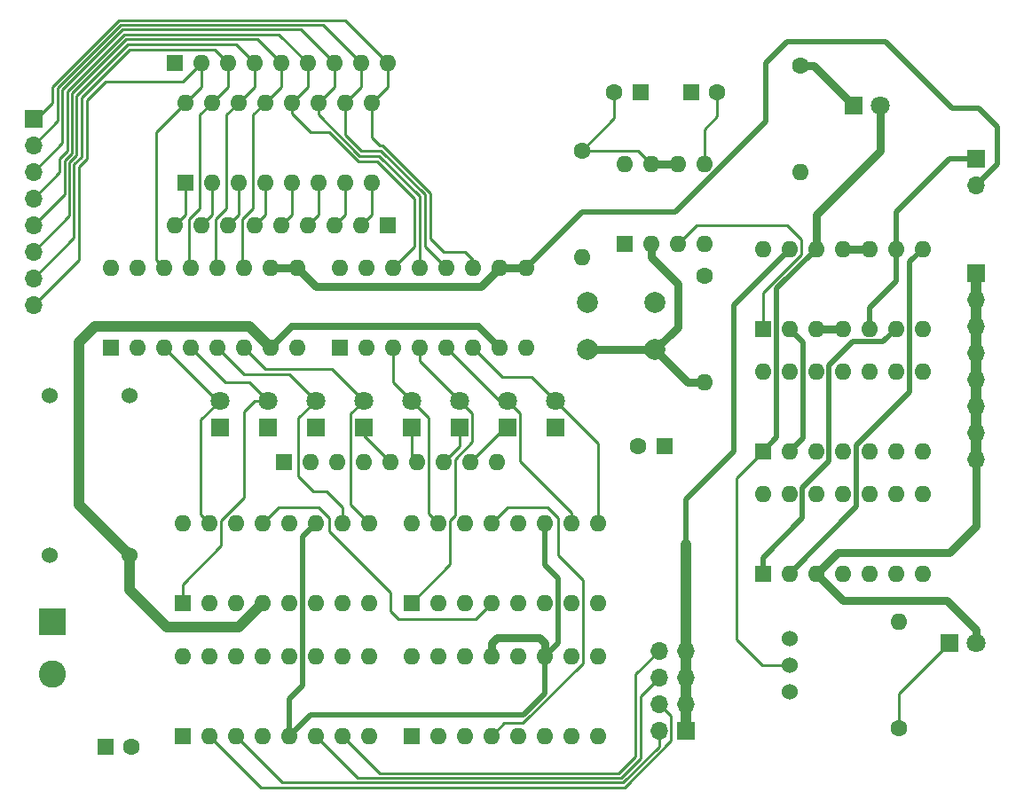
<source format=gbr>
%TF.GenerationSoftware,KiCad,Pcbnew,(5.1.9-0-10_14)*%
%TF.CreationDate,2021-06-04T12:52:24-04:00*%
%TF.ProjectId,CLOCK,434c4f43-4b2e-46b6-9963-61645f706362,rev?*%
%TF.SameCoordinates,Original*%
%TF.FileFunction,Copper,L1,Top*%
%TF.FilePolarity,Positive*%
%FSLAX46Y46*%
G04 Gerber Fmt 4.6, Leading zero omitted, Abs format (unit mm)*
G04 Created by KiCad (PCBNEW (5.1.9-0-10_14)) date 2021-06-04 12:52:24*
%MOMM*%
%LPD*%
G01*
G04 APERTURE LIST*
%TA.AperFunction,ComponentPad*%
%ADD10C,1.524000*%
%TD*%
%TA.AperFunction,ComponentPad*%
%ADD11O,1.700000X1.700000*%
%TD*%
%TA.AperFunction,ComponentPad*%
%ADD12R,1.700000X1.700000*%
%TD*%
%TA.AperFunction,ComponentPad*%
%ADD13C,1.600000*%
%TD*%
%TA.AperFunction,ComponentPad*%
%ADD14R,1.600000X1.600000*%
%TD*%
%TA.AperFunction,ComponentPad*%
%ADD15O,1.600000X1.600000*%
%TD*%
%TA.AperFunction,ComponentPad*%
%ADD16C,2.000000*%
%TD*%
%TA.AperFunction,ComponentPad*%
%ADD17C,2.600000*%
%TD*%
%TA.AperFunction,ComponentPad*%
%ADD18R,2.600000X2.600000*%
%TD*%
%TA.AperFunction,ComponentPad*%
%ADD19C,1.800000*%
%TD*%
%TA.AperFunction,ComponentPad*%
%ADD20R,1.800000X1.800000*%
%TD*%
%TA.AperFunction,Conductor*%
%ADD21C,0.250000*%
%TD*%
%TA.AperFunction,Conductor*%
%ADD22C,0.500000*%
%TD*%
%TA.AperFunction,Conductor*%
%ADD23C,0.750000*%
%TD*%
%TA.AperFunction,Conductor*%
%ADD24C,1.000000*%
%TD*%
%TA.AperFunction,Conductor*%
%ADD25C,0.700000*%
%TD*%
G04 APERTURE END LIST*
D10*
%TO.P,SW2,3*%
%TO.N,+5V*%
X139239600Y-87763200D03*
%TO.P,SW2,2*%
%TO.N,Net-(D2-Pad2)*%
X139239600Y-90303200D03*
%TO.P,SW2,1*%
%TO.N,GND*%
X139239600Y-92843200D03*
%TD*%
D11*
%TO.P,J34,8*%
%TO.N,Net-(J34-Pad8)*%
X126746000Y-88900000D03*
%TO.P,J34,7*%
%TO.N,Net-(J34-Pad1)*%
X129286000Y-88900000D03*
%TO.P,J34,6*%
%TO.N,Net-(J34-Pad6)*%
X126746000Y-91440000D03*
%TO.P,J34,5*%
%TO.N,Net-(J34-Pad1)*%
X129286000Y-91440000D03*
%TO.P,J34,4*%
%TO.N,Net-(J34-Pad4)*%
X126746000Y-93980000D03*
%TO.P,J34,3*%
%TO.N,Net-(J34-Pad1)*%
X129286000Y-93980000D03*
%TO.P,J34,2*%
%TO.N,Net-(J34-Pad2)*%
X126746000Y-96520000D03*
D12*
%TO.P,J34,1*%
%TO.N,Net-(J34-Pad1)*%
X129286000Y-96520000D03*
%TD*%
D13*
%TO.P,C4,2*%
%TO.N,GND*%
X76414000Y-98044000D03*
D14*
%TO.P,C4,1*%
%TO.N,+5V*%
X73914000Y-98044000D03*
%TD*%
D13*
%TO.P,C3,2*%
%TO.N,GND*%
X124754000Y-69342000D03*
D14*
%TO.P,C3,1*%
%TO.N,+5V*%
X127254000Y-69342000D03*
%TD*%
D15*
%TO.P,U11,16*%
%TO.N,+5V*%
X96266000Y-52324000D03*
%TO.P,U11,8*%
%TO.N,GND*%
X114046000Y-59944000D03*
%TO.P,U11,15*%
X98806000Y-52324000D03*
%TO.P,U11,7*%
%TO.N,/1MHz_Pulse*%
X111506000Y-59944000D03*
%TO.P,U11,14*%
%TO.N,Net-(J2-Pad4)*%
X101346000Y-52324000D03*
%TO.P,U11,6*%
%TO.N,/A7*%
X108966000Y-59944000D03*
%TO.P,U11,13*%
%TO.N,Net-(J2-Pad3)*%
X103886000Y-52324000D03*
%TO.P,U11,5*%
%TO.N,/A6*%
X106426000Y-59944000D03*
%TO.P,U11,12*%
%TO.N,Net-(J2-Pad2)*%
X106426000Y-52324000D03*
%TO.P,U11,4*%
%TO.N,/A5*%
X103886000Y-59944000D03*
%TO.P,U11,11*%
%TO.N,Net-(J2-Pad1)*%
X108966000Y-52324000D03*
%TO.P,U11,3*%
%TO.N,/A4*%
X101346000Y-59944000D03*
%TO.P,U11,10*%
%TO.N,/SET_SPEED*%
X111506000Y-52324000D03*
%TO.P,U11,2*%
%TO.N,GND*%
X98806000Y-59944000D03*
%TO.P,U11,9*%
%TO.N,/SET_SPEED*%
X114046000Y-52324000D03*
D14*
%TO.P,U11,1*%
%TO.N,GND*%
X96266000Y-59944000D03*
%TD*%
D15*
%TO.P,U10,14*%
%TO.N,+5V*%
X136652000Y-73914000D03*
%TO.P,U10,7*%
%TO.N,GND*%
X151892000Y-81534000D03*
%TO.P,U10,13*%
%TO.N,N/C*%
X139192000Y-73914000D03*
%TO.P,U10,6*%
X149352000Y-81534000D03*
%TO.P,U10,12*%
X141732000Y-73914000D03*
%TO.P,U10,5*%
X146812000Y-81534000D03*
%TO.P,U10,11*%
X144272000Y-73914000D03*
%TO.P,U10,4*%
X144272000Y-81534000D03*
%TO.P,U10,10*%
X146812000Y-73914000D03*
%TO.P,U10,3*%
%TO.N,/CLOCK_OUT*%
X141732000Y-81534000D03*
%TO.P,U10,9*%
%TO.N,N/C*%
X149352000Y-73914000D03*
%TO.P,U10,2*%
%TO.N,Net-(U10-Pad2)*%
X139192000Y-81534000D03*
%TO.P,U10,8*%
%TO.N,N/C*%
X151892000Y-73914000D03*
D14*
%TO.P,U10,1*%
%TO.N,Net-(U10-Pad1)*%
X136652000Y-81534000D03*
%TD*%
D15*
%TO.P,U9,14*%
%TO.N,+5V*%
X136652000Y-50546000D03*
%TO.P,U9,7*%
%TO.N,GND*%
X151892000Y-58166000D03*
%TO.P,U9,13*%
%TO.N,Net-(J34-Pad1)*%
X139192000Y-50546000D03*
%TO.P,U9,6*%
%TO.N,Net-(U10-Pad1)*%
X149352000Y-58166000D03*
%TO.P,U9,12*%
%TO.N,Net-(D2-Pad2)*%
X141732000Y-50546000D03*
%TO.P,U9,5*%
%TO.N,/HALT*%
X146812000Y-58166000D03*
%TO.P,U9,11*%
%TO.N,Net-(U9-Pad10)*%
X144272000Y-50546000D03*
%TO.P,U9,4*%
%TO.N,Net-(U9-Pad3)*%
X144272000Y-58166000D03*
%TO.P,U9,10*%
%TO.N,Net-(U9-Pad10)*%
X146812000Y-50546000D03*
%TO.P,U9,3*%
%TO.N,Net-(U9-Pad3)*%
X141732000Y-58166000D03*
%TO.P,U9,9*%
%TO.N,/HALT*%
X149352000Y-50546000D03*
%TO.P,U9,2*%
%TO.N,Net-(U8-Pad2)*%
X139192000Y-58166000D03*
%TO.P,U9,8*%
%TO.N,Net-(U10-Pad2)*%
X151892000Y-50546000D03*
D14*
%TO.P,U9,1*%
%TO.N,Net-(U7-Pad3)*%
X136652000Y-58166000D03*
%TD*%
D15*
%TO.P,U8,14*%
%TO.N,+5V*%
X136652000Y-62230000D03*
%TO.P,U8,7*%
%TO.N,GND*%
X151892000Y-69850000D03*
%TO.P,U8,13*%
%TO.N,N/C*%
X139192000Y-62230000D03*
%TO.P,U8,6*%
X149352000Y-69850000D03*
%TO.P,U8,12*%
X141732000Y-62230000D03*
%TO.P,U8,5*%
X146812000Y-69850000D03*
%TO.P,U8,11*%
X144272000Y-62230000D03*
%TO.P,U8,4*%
X144272000Y-69850000D03*
%TO.P,U8,10*%
X146812000Y-62230000D03*
%TO.P,U8,3*%
X141732000Y-69850000D03*
%TO.P,U8,9*%
X149352000Y-62230000D03*
%TO.P,U8,2*%
%TO.N,Net-(U8-Pad2)*%
X139192000Y-69850000D03*
%TO.P,U8,8*%
%TO.N,N/C*%
X151892000Y-62230000D03*
D14*
%TO.P,U8,1*%
%TO.N,Net-(D2-Pad2)*%
X136652000Y-69850000D03*
%TD*%
D15*
%TO.P,U7,8*%
%TO.N,+5V*%
X123444000Y-42418000D03*
%TO.P,U7,4*%
X131064000Y-50038000D03*
%TO.P,U7,7*%
%TO.N,Net-(C2-Pad2)*%
X125984000Y-42418000D03*
%TO.P,U7,3*%
%TO.N,Net-(U7-Pad3)*%
X128524000Y-50038000D03*
%TO.P,U7,6*%
%TO.N,Net-(C2-Pad2)*%
X128524000Y-42418000D03*
%TO.P,U7,2*%
%TO.N,Net-(R1-Pad2)*%
X125984000Y-50038000D03*
%TO.P,U7,5*%
%TO.N,Net-(C1-Pad2)*%
X131064000Y-42418000D03*
D14*
%TO.P,U7,1*%
%TO.N,GND*%
X123444000Y-50038000D03*
%TD*%
D15*
%TO.P,U6,16*%
%TO.N,+5V*%
X81280000Y-89408000D03*
%TO.P,U6,8*%
%TO.N,GND*%
X99060000Y-97028000D03*
%TO.P,U6,15*%
%TO.N,Net-(U6-Pad15)*%
X83820000Y-89408000D03*
%TO.P,U6,7*%
%TO.N,Net-(J34-Pad8)*%
X96520000Y-97028000D03*
%TO.P,U6,14*%
%TO.N,GND*%
X86360000Y-89408000D03*
%TO.P,U6,6*%
%TO.N,Net-(J34-Pad6)*%
X93980000Y-97028000D03*
%TO.P,U6,13*%
%TO.N,Net-(U6-Pad13)*%
X88900000Y-89408000D03*
%TO.P,U6,5*%
%TO.N,Net-(U2-Pad11)*%
X91440000Y-97028000D03*
%TO.P,U6,12*%
%TO.N,Net-(U6-Pad12)*%
X91440000Y-89408000D03*
%TO.P,U6,4*%
%TO.N,+5V*%
X88900000Y-97028000D03*
%TO.P,U6,11*%
X93980000Y-89408000D03*
%TO.P,U6,3*%
%TO.N,Net-(J34-Pad2)*%
X86360000Y-97028000D03*
%TO.P,U6,10*%
%TO.N,Net-(U6-Pad10)*%
X96520000Y-89408000D03*
%TO.P,U6,2*%
%TO.N,Net-(J34-Pad4)*%
X83820000Y-97028000D03*
%TO.P,U6,9*%
%TO.N,Net-(U6-Pad9)*%
X99060000Y-89408000D03*
D14*
%TO.P,U6,1*%
%TO.N,Net-(U6-Pad1)*%
X81280000Y-97028000D03*
%TD*%
D15*
%TO.P,U5,16*%
%TO.N,+5V*%
X103124000Y-89408000D03*
%TO.P,U5,8*%
%TO.N,GND*%
X120904000Y-97028000D03*
%TO.P,U5,15*%
X105664000Y-89408000D03*
%TO.P,U5,7*%
%TO.N,Net-(U5-Pad7)*%
X118364000Y-97028000D03*
%TO.P,U5,14*%
%TO.N,GND*%
X108204000Y-89408000D03*
%TO.P,U5,6*%
%TO.N,Net-(U5-Pad6)*%
X115824000Y-97028000D03*
%TO.P,U5,13*%
%TO.N,Net-(U2-Pad11)*%
X110744000Y-89408000D03*
%TO.P,U5,5*%
%TO.N,+5V*%
X113284000Y-97028000D03*
%TO.P,U5,12*%
%TO.N,Net-(U5-Pad12)*%
X113284000Y-89408000D03*
%TO.P,U5,4*%
%TO.N,Net-(U4-Pad13)*%
X110744000Y-97028000D03*
%TO.P,U5,11*%
%TO.N,Net-(U2-Pad11)*%
X115824000Y-89408000D03*
%TO.P,U5,3*%
%TO.N,Net-(U5-Pad3)*%
X108204000Y-97028000D03*
%TO.P,U5,10*%
%TO.N,GND*%
X118364000Y-89408000D03*
%TO.P,U5,2*%
%TO.N,Net-(U5-Pad2)*%
X105664000Y-97028000D03*
%TO.P,U5,9*%
%TO.N,GND*%
X120904000Y-89408000D03*
D14*
%TO.P,U5,1*%
X103124000Y-97028000D03*
%TD*%
D15*
%TO.P,U4,16*%
%TO.N,+5V*%
X103124000Y-76708000D03*
%TO.P,U4,8*%
%TO.N,GND*%
X120904000Y-84328000D03*
%TO.P,U4,15*%
%TO.N,/A4*%
X105664000Y-76708000D03*
%TO.P,U4,7*%
%TO.N,Net-(U4-Pad7)*%
X118364000Y-84328000D03*
%TO.P,U4,14*%
%TO.N,GND*%
X108204000Y-76708000D03*
%TO.P,U4,6*%
%TO.N,Net-(U4-Pad6)*%
X115824000Y-84328000D03*
%TO.P,U4,13*%
%TO.N,Net-(U4-Pad13)*%
X110744000Y-76708000D03*
%TO.P,U4,5*%
%TO.N,+5V*%
X113284000Y-84328000D03*
%TO.P,U4,12*%
%TO.N,Net-(U4-Pad12)*%
X113284000Y-76708000D03*
%TO.P,U4,4*%
%TO.N,Net-(U2-Pad13)*%
X110744000Y-84328000D03*
%TO.P,U4,11*%
%TO.N,Net-(U2-Pad11)*%
X115824000Y-76708000D03*
%TO.P,U4,3*%
%TO.N,Net-(U4-Pad3)*%
X108204000Y-84328000D03*
%TO.P,U4,10*%
%TO.N,/A6*%
X118364000Y-76708000D03*
%TO.P,U4,2*%
%TO.N,Net-(U4-Pad2)*%
X105664000Y-84328000D03*
%TO.P,U4,9*%
%TO.N,/A7*%
X120904000Y-76708000D03*
D14*
%TO.P,U4,1*%
%TO.N,/A5*%
X103124000Y-84328000D03*
%TD*%
D15*
%TO.P,U3,16*%
%TO.N,+5V*%
X74422000Y-52324000D03*
%TO.P,U3,8*%
%TO.N,GND*%
X92202000Y-59944000D03*
%TO.P,U3,15*%
X76962000Y-52324000D03*
%TO.P,U3,7*%
%TO.N,/1MHz_Pulse*%
X89662000Y-59944000D03*
%TO.P,U3,14*%
%TO.N,Net-(J2-Pad8)*%
X79502000Y-52324000D03*
%TO.P,U3,6*%
%TO.N,/A3*%
X87122000Y-59944000D03*
%TO.P,U3,13*%
%TO.N,Net-(J2-Pad7)*%
X82042000Y-52324000D03*
%TO.P,U3,5*%
%TO.N,/A2*%
X84582000Y-59944000D03*
%TO.P,U3,12*%
%TO.N,Net-(J2-Pad6)*%
X84582000Y-52324000D03*
%TO.P,U3,4*%
%TO.N,/A1*%
X82042000Y-59944000D03*
%TO.P,U3,11*%
%TO.N,Net-(J2-Pad5)*%
X87122000Y-52324000D03*
%TO.P,U3,3*%
%TO.N,/A0*%
X79502000Y-59944000D03*
%TO.P,U3,10*%
%TO.N,/SET_SPEED*%
X89662000Y-52324000D03*
%TO.P,U3,2*%
%TO.N,GND*%
X76962000Y-59944000D03*
%TO.P,U3,9*%
%TO.N,/SET_SPEED*%
X92202000Y-52324000D03*
D14*
%TO.P,U3,1*%
%TO.N,GND*%
X74422000Y-59944000D03*
%TD*%
D15*
%TO.P,U2,16*%
%TO.N,+5V*%
X81280000Y-76708000D03*
%TO.P,U2,8*%
%TO.N,GND*%
X99060000Y-84328000D03*
%TO.P,U2,15*%
%TO.N,/A0*%
X83820000Y-76708000D03*
%TO.P,U2,7*%
%TO.N,Net-(U2-Pad7)*%
X96520000Y-84328000D03*
%TO.P,U2,14*%
%TO.N,GND*%
X86360000Y-76708000D03*
%TO.P,U2,6*%
%TO.N,Net-(U2-Pad6)*%
X93980000Y-84328000D03*
%TO.P,U2,13*%
%TO.N,Net-(U2-Pad13)*%
X88900000Y-76708000D03*
%TO.P,U2,5*%
%TO.N,+5V*%
X91440000Y-84328000D03*
%TO.P,U2,12*%
%TO.N,Net-(U2-Pad12)*%
X91440000Y-76708000D03*
%TO.P,U2,4*%
%TO.N,/1MHz_Pulse*%
X88900000Y-84328000D03*
%TO.P,U2,11*%
%TO.N,Net-(U2-Pad11)*%
X93980000Y-76708000D03*
%TO.P,U2,3*%
%TO.N,Net-(U2-Pad3)*%
X86360000Y-84328000D03*
%TO.P,U2,10*%
%TO.N,/A2*%
X96520000Y-76708000D03*
%TO.P,U2,2*%
%TO.N,Net-(U2-Pad2)*%
X83820000Y-84328000D03*
%TO.P,U2,9*%
%TO.N,/A3*%
X99060000Y-76708000D03*
D14*
%TO.P,U2,1*%
%TO.N,/A1*%
X81280000Y-84328000D03*
%TD*%
D10*
%TO.P,U1,8*%
%TO.N,/1MHz_Pulse*%
X76200000Y-79756000D03*
%TO.P,U1,7*%
%TO.N,GND*%
X68580000Y-79756000D03*
%TO.P,U1,14*%
%TO.N,+5V*%
X76200000Y-64516000D03*
%TO.P,U1,1*%
%TO.N,Net-(U1-Pad1)*%
X68580000Y-64516000D03*
%TD*%
D15*
%TO.P,SW13,16*%
%TO.N,Net-(J2-Pad8)*%
X81534000Y-36576000D03*
%TO.P,SW13,8*%
%TO.N,Net-(RN2-Pad2)*%
X99314000Y-44196000D03*
%TO.P,SW13,15*%
%TO.N,Net-(J2-Pad7)*%
X84074000Y-36576000D03*
%TO.P,SW13,7*%
%TO.N,Net-(RN2-Pad3)*%
X96774000Y-44196000D03*
%TO.P,SW13,14*%
%TO.N,Net-(J2-Pad6)*%
X86614000Y-36576000D03*
%TO.P,SW13,6*%
%TO.N,Net-(RN2-Pad4)*%
X94234000Y-44196000D03*
%TO.P,SW13,13*%
%TO.N,Net-(J2-Pad5)*%
X89154000Y-36576000D03*
%TO.P,SW13,5*%
%TO.N,Net-(RN2-Pad5)*%
X91694000Y-44196000D03*
%TO.P,SW13,12*%
%TO.N,Net-(J2-Pad4)*%
X91694000Y-36576000D03*
%TO.P,SW13,4*%
%TO.N,Net-(RN2-Pad6)*%
X89154000Y-44196000D03*
%TO.P,SW13,11*%
%TO.N,Net-(J2-Pad3)*%
X94234000Y-36576000D03*
%TO.P,SW13,3*%
%TO.N,Net-(RN2-Pad7)*%
X86614000Y-44196000D03*
%TO.P,SW13,10*%
%TO.N,Net-(J2-Pad2)*%
X96774000Y-36576000D03*
%TO.P,SW13,2*%
%TO.N,Net-(RN2-Pad8)*%
X84074000Y-44196000D03*
%TO.P,SW13,9*%
%TO.N,Net-(J2-Pad1)*%
X99314000Y-36576000D03*
D14*
%TO.P,SW13,1*%
%TO.N,Net-(RN2-Pad9)*%
X81534000Y-44196000D03*
%TD*%
D16*
%TO.P,SW1,1*%
%TO.N,GND*%
X126388000Y-55626000D03*
%TO.P,SW1,2*%
%TO.N,Net-(R1-Pad2)*%
X126388000Y-60126000D03*
%TO.P,SW1,1*%
%TO.N,GND*%
X119888000Y-55626000D03*
%TO.P,SW1,2*%
%TO.N,Net-(R1-Pad2)*%
X119888000Y-60126000D03*
%TD*%
D15*
%TO.P,RN3,9*%
%TO.N,Net-(D8-Pad1)*%
X111252000Y-70866000D03*
%TO.P,RN3,8*%
%TO.N,Net-(D7-Pad1)*%
X108712000Y-70866000D03*
%TO.P,RN3,7*%
%TO.N,Net-(D6-Pad1)*%
X106172000Y-70866000D03*
%TO.P,RN3,6*%
%TO.N,Net-(D5-Pad1)*%
X103632000Y-70866000D03*
%TO.P,RN3,5*%
%TO.N,Net-(D4-Pad1)*%
X101092000Y-70866000D03*
%TO.P,RN3,4*%
%TO.N,Net-(D3-Pad1)*%
X98552000Y-70866000D03*
%TO.P,RN3,3*%
%TO.N,Net-(D54-Pad1)*%
X96012000Y-70866000D03*
%TO.P,RN3,2*%
%TO.N,Net-(D1-Pad1)*%
X93472000Y-70866000D03*
D14*
%TO.P,RN3,1*%
%TO.N,GND*%
X90932000Y-70866000D03*
%TD*%
D15*
%TO.P,RN2,9*%
%TO.N,Net-(RN2-Pad9)*%
X80518000Y-48260000D03*
%TO.P,RN2,8*%
%TO.N,Net-(RN2-Pad8)*%
X83058000Y-48260000D03*
%TO.P,RN2,7*%
%TO.N,Net-(RN2-Pad7)*%
X85598000Y-48260000D03*
%TO.P,RN2,6*%
%TO.N,Net-(RN2-Pad6)*%
X88138000Y-48260000D03*
%TO.P,RN2,5*%
%TO.N,Net-(RN2-Pad5)*%
X90678000Y-48260000D03*
%TO.P,RN2,4*%
%TO.N,Net-(RN2-Pad4)*%
X93218000Y-48260000D03*
%TO.P,RN2,3*%
%TO.N,Net-(RN2-Pad3)*%
X95758000Y-48260000D03*
%TO.P,RN2,2*%
%TO.N,Net-(RN2-Pad2)*%
X98298000Y-48260000D03*
D14*
%TO.P,RN2,1*%
%TO.N,+5V*%
X100838000Y-48260000D03*
%TD*%
D15*
%TO.P,RN1,9*%
%TO.N,Net-(J2-Pad1)*%
X100838000Y-32766000D03*
%TO.P,RN1,8*%
%TO.N,Net-(J2-Pad2)*%
X98298000Y-32766000D03*
%TO.P,RN1,7*%
%TO.N,Net-(J2-Pad3)*%
X95758000Y-32766000D03*
%TO.P,RN1,6*%
%TO.N,Net-(J2-Pad4)*%
X93218000Y-32766000D03*
%TO.P,RN1,5*%
%TO.N,Net-(J2-Pad5)*%
X90678000Y-32766000D03*
%TO.P,RN1,4*%
%TO.N,Net-(J2-Pad6)*%
X88138000Y-32766000D03*
%TO.P,RN1,3*%
%TO.N,Net-(J2-Pad7)*%
X85598000Y-32766000D03*
%TO.P,RN1,2*%
%TO.N,Net-(J2-Pad8)*%
X83058000Y-32766000D03*
D14*
%TO.P,RN1,1*%
%TO.N,GND*%
X80518000Y-32766000D03*
%TD*%
D15*
%TO.P,R5,2*%
%TO.N,GND*%
X140208000Y-43180000D03*
D13*
%TO.P,R5,1*%
%TO.N,Net-(D2-Pad1)*%
X140208000Y-33020000D03*
%TD*%
D15*
%TO.P,R4,2*%
%TO.N,GND*%
X149606000Y-86106000D03*
D13*
%TO.P,R4,1*%
%TO.N,Net-(D55-Pad1)*%
X149606000Y-96266000D03*
%TD*%
D15*
%TO.P,R2,2*%
%TO.N,+5V*%
X119380000Y-51308000D03*
D13*
%TO.P,R2,1*%
%TO.N,Net-(C2-Pad2)*%
X119380000Y-41148000D03*
%TD*%
D15*
%TO.P,R1,2*%
%TO.N,Net-(R1-Pad2)*%
X131064000Y-63246000D03*
D13*
%TO.P,R1,1*%
%TO.N,+5V*%
X131064000Y-53086000D03*
%TD*%
D11*
%TO.P,J5,8*%
%TO.N,/CLOCK_OUT*%
X156972000Y-70612000D03*
%TO.P,J5,7*%
X156972000Y-68072000D03*
%TO.P,J5,6*%
X156972000Y-65532000D03*
%TO.P,J5,5*%
X156972000Y-62992000D03*
%TO.P,J5,4*%
X156972000Y-60452000D03*
%TO.P,J5,3*%
X156972000Y-57912000D03*
%TO.P,J5,2*%
X156972000Y-55372000D03*
D12*
%TO.P,J5,1*%
X156972000Y-52832000D03*
%TD*%
D11*
%TO.P,J3,2*%
%TO.N,/SET_SPEED*%
X156972000Y-44450000D03*
D12*
%TO.P,J3,1*%
%TO.N,/HALT*%
X156972000Y-41910000D03*
%TD*%
D11*
%TO.P,J2,8*%
%TO.N,Net-(J2-Pad8)*%
X67056000Y-55880000D03*
%TO.P,J2,7*%
%TO.N,Net-(J2-Pad7)*%
X67056000Y-53340000D03*
%TO.P,J2,6*%
%TO.N,Net-(J2-Pad6)*%
X67056000Y-50800000D03*
%TO.P,J2,5*%
%TO.N,Net-(J2-Pad5)*%
X67056000Y-48260000D03*
%TO.P,J2,4*%
%TO.N,Net-(J2-Pad4)*%
X67056000Y-45720000D03*
%TO.P,J2,3*%
%TO.N,Net-(J2-Pad3)*%
X67056000Y-43180000D03*
%TO.P,J2,2*%
%TO.N,Net-(J2-Pad2)*%
X67056000Y-40640000D03*
D12*
%TO.P,J2,1*%
%TO.N,Net-(J2-Pad1)*%
X67056000Y-38100000D03*
%TD*%
D17*
%TO.P,J1,2*%
%TO.N,+5V*%
X68834000Y-91106000D03*
D18*
%TO.P,J1,1*%
%TO.N,GND*%
X68834000Y-86106000D03*
%TD*%
D19*
%TO.P,D55,2*%
%TO.N,/CLOCK_OUT*%
X156972000Y-88138000D03*
D20*
%TO.P,D55,1*%
%TO.N,Net-(D55-Pad1)*%
X154432000Y-88138000D03*
%TD*%
D19*
%TO.P,D54,2*%
%TO.N,/A1*%
X89408000Y-65024000D03*
D20*
%TO.P,D54,1*%
%TO.N,Net-(D54-Pad1)*%
X89408000Y-67564000D03*
%TD*%
D19*
%TO.P,D8,2*%
%TO.N,/A7*%
X116840000Y-65024000D03*
D20*
%TO.P,D8,1*%
%TO.N,Net-(D8-Pad1)*%
X116840000Y-67564000D03*
%TD*%
D19*
%TO.P,D7,2*%
%TO.N,/A6*%
X112268000Y-65024000D03*
D20*
%TO.P,D7,1*%
%TO.N,Net-(D7-Pad1)*%
X112268000Y-67564000D03*
%TD*%
D19*
%TO.P,D6,2*%
%TO.N,/A5*%
X107696000Y-65024000D03*
D20*
%TO.P,D6,1*%
%TO.N,Net-(D6-Pad1)*%
X107696000Y-67564000D03*
%TD*%
D19*
%TO.P,D5,2*%
%TO.N,/A4*%
X103124000Y-65024000D03*
D20*
%TO.P,D5,1*%
%TO.N,Net-(D5-Pad1)*%
X103124000Y-67564000D03*
%TD*%
D19*
%TO.P,D4,2*%
%TO.N,/A3*%
X98552000Y-65024000D03*
D20*
%TO.P,D4,1*%
%TO.N,Net-(D4-Pad1)*%
X98552000Y-67564000D03*
%TD*%
D19*
%TO.P,D3,2*%
%TO.N,/A2*%
X93980000Y-65024000D03*
D20*
%TO.P,D3,1*%
%TO.N,Net-(D3-Pad1)*%
X93980000Y-67564000D03*
%TD*%
D19*
%TO.P,D2,2*%
%TO.N,Net-(D2-Pad2)*%
X147828000Y-36830000D03*
D20*
%TO.P,D2,1*%
%TO.N,Net-(D2-Pad1)*%
X145288000Y-36830000D03*
%TD*%
D19*
%TO.P,D1,2*%
%TO.N,/A0*%
X84836000Y-65024000D03*
D20*
%TO.P,D1,1*%
%TO.N,Net-(D1-Pad1)*%
X84836000Y-67564000D03*
%TD*%
D13*
%TO.P,C2,2*%
%TO.N,Net-(C2-Pad2)*%
X122468000Y-35560000D03*
D14*
%TO.P,C2,1*%
%TO.N,+5V*%
X124968000Y-35560000D03*
%TD*%
D13*
%TO.P,C1,2*%
%TO.N,Net-(C1-Pad2)*%
X132294000Y-35560000D03*
D14*
%TO.P,C1,1*%
%TO.N,+5V*%
X129794000Y-35560000D03*
%TD*%
D21*
%TO.N,Net-(U2-Pad13)*%
X90424000Y-75184000D02*
X88900000Y-76708000D01*
X94234000Y-75184000D02*
X90424000Y-75184000D01*
X101092000Y-83312000D02*
X95250000Y-77470000D01*
X109220000Y-85852000D02*
X101854000Y-85852000D01*
X101092000Y-85090000D02*
X101092000Y-83312000D01*
X95250000Y-76200000D02*
X94234000Y-75184000D01*
X101854000Y-85852000D02*
X101092000Y-85090000D01*
X95250000Y-77470000D02*
X95250000Y-76200000D01*
X110744000Y-84328000D02*
X109220000Y-85852000D01*
%TO.N,Net-(U2-Pad11)*%
X92854999Y-95613001D02*
X91440000Y-97028000D01*
D22*
X91440000Y-93472000D02*
X91440000Y-97028000D01*
X92710000Y-92202000D02*
X91440000Y-93472000D01*
X92710000Y-77978000D02*
X92710000Y-92202000D01*
X93980000Y-76708000D02*
X92710000Y-77978000D01*
X115824000Y-80759409D02*
X115824000Y-76708000D01*
X117094000Y-88138000D02*
X117094000Y-82029409D01*
X117094000Y-82029409D02*
X115824000Y-80759409D01*
X115824000Y-89408000D02*
X117094000Y-88138000D01*
X113792000Y-94996000D02*
X93472000Y-94996000D01*
X115824000Y-92964000D02*
X113792000Y-94996000D01*
X93472000Y-94996000D02*
X91440000Y-97028000D01*
X115824000Y-89408000D02*
X115824000Y-92964000D01*
D23*
X115824000Y-89408000D02*
X115824000Y-88138000D01*
X115824000Y-88138000D02*
X115316000Y-87630000D01*
X115316000Y-87630000D02*
X111252000Y-87630000D01*
X110744000Y-88138000D02*
X110744000Y-89408000D01*
X111252000Y-87630000D02*
X110744000Y-88138000D01*
D21*
%TO.N,Net-(C1-Pad2)*%
X132294000Y-35560000D02*
X132294000Y-37886000D01*
X131064000Y-39116000D02*
X131064000Y-42418000D01*
X132294000Y-37886000D02*
X131064000Y-39116000D01*
%TO.N,Net-(C2-Pad2)*%
X122468000Y-38060000D02*
X119380000Y-41148000D01*
X122468000Y-35560000D02*
X122468000Y-38060000D01*
X124714000Y-41148000D02*
X119380000Y-41148000D01*
X125984000Y-42418000D02*
X124714000Y-41148000D01*
D23*
X128524000Y-42418000D02*
X125984000Y-42418000D01*
%TO.N,Net-(R1-Pad2)*%
X119888000Y-60126000D02*
X126388000Y-60126000D01*
X129508000Y-63246000D02*
X126388000Y-60126000D01*
X131064000Y-63246000D02*
X129508000Y-63246000D01*
X125984000Y-50038000D02*
X125984000Y-51308000D01*
X125984000Y-51308000D02*
X128524000Y-53848000D01*
X128524000Y-57990000D02*
X126388000Y-60126000D01*
X128524000Y-53848000D02*
X128524000Y-57990000D01*
D21*
%TO.N,Net-(U7-Pad3)*%
X128524000Y-50038000D02*
X130302000Y-48260000D01*
X130302000Y-48260000D02*
X138938000Y-48260000D01*
X136652000Y-54751002D02*
X136652000Y-58166000D01*
X140317001Y-51086001D02*
X136652000Y-54751002D01*
X140317001Y-49639001D02*
X140317001Y-51086001D01*
X138938000Y-48260000D02*
X140317001Y-49639001D01*
D23*
%TO.N,/CLOCK_OUT*%
X156972000Y-88138000D02*
X156972000Y-86868000D01*
X156972000Y-86868000D02*
X154178000Y-84074000D01*
X144272000Y-84074000D02*
X141732000Y-81534000D01*
X154178000Y-84074000D02*
X144272000Y-84074000D01*
X141732000Y-81534000D02*
X143764000Y-79502000D01*
X143764000Y-79502000D02*
X154432000Y-79502000D01*
X156972000Y-76962000D02*
X156972000Y-70612000D01*
X154432000Y-79502000D02*
X156972000Y-76962000D01*
D24*
X156972000Y-52832000D02*
X156972000Y-70612000D01*
D22*
%TO.N,Net-(U8-Pad2)*%
X140462000Y-59436000D02*
X139192000Y-58166000D01*
X140462000Y-68580000D02*
X140462000Y-59436000D01*
X139192000Y-69850000D02*
X140462000Y-68580000D01*
%TO.N,Net-(U10-Pad1)*%
X140442001Y-73353997D02*
X140442001Y-76219999D01*
X142982001Y-70813997D02*
X140442001Y-73353997D01*
X142982001Y-61669997D02*
X142982001Y-70813997D01*
X145235997Y-59416001D02*
X142982001Y-61669997D01*
X148101999Y-59416001D02*
X145235997Y-59416001D01*
X149352000Y-58166000D02*
X148101999Y-59416001D01*
X136652000Y-80010000D02*
X136652000Y-81534000D01*
X140442001Y-76219999D02*
X136652000Y-80010000D01*
%TO.N,/HALT*%
X146812000Y-58166000D02*
X146812000Y-56134000D01*
X149352000Y-53594000D02*
X149352000Y-50546000D01*
X146812000Y-56134000D02*
X149352000Y-53594000D01*
X156972000Y-41910000D02*
X154432000Y-41910000D01*
X149352000Y-46990000D02*
X149352000Y-50546000D01*
X154432000Y-41910000D02*
X149352000Y-46990000D01*
D23*
%TO.N,Net-(U9-Pad10)*%
X144272000Y-50546000D02*
X146812000Y-50546000D01*
%TO.N,Net-(U9-Pad3)*%
X141732000Y-58166000D02*
X144272000Y-58166000D01*
D22*
%TO.N,Net-(U10-Pad2)*%
X145561999Y-69249999D02*
X145561999Y-75164001D01*
X145561999Y-75164001D02*
X139192000Y-81534000D01*
X150641999Y-64169999D02*
X145561999Y-69249999D01*
X150641999Y-51796001D02*
X150641999Y-64169999D01*
X151892000Y-50546000D02*
X150641999Y-51796001D01*
D23*
%TO.N,Net-(D2-Pad2)*%
X147828000Y-36830000D02*
X147828000Y-41148000D01*
X141732000Y-47244000D02*
X141732000Y-50546000D01*
X147828000Y-41148000D02*
X141732000Y-47244000D01*
D22*
X137941999Y-68560001D02*
X136652000Y-69850000D01*
X137941999Y-54336001D02*
X137941999Y-68560001D01*
X141732000Y-50546000D02*
X137941999Y-54336001D01*
D21*
X136603200Y-90303200D02*
X139239600Y-90303200D01*
X134112000Y-87812000D02*
X136603200Y-90303200D01*
X134112000Y-72390000D02*
X134112000Y-87812000D01*
X136652000Y-69850000D02*
X134112000Y-72390000D01*
D23*
%TO.N,Net-(D2-Pad1)*%
X141478000Y-33020000D02*
X145288000Y-36830000D01*
X140208000Y-33020000D02*
X141478000Y-33020000D01*
D21*
%TO.N,/A0*%
X84582000Y-65024000D02*
X84836000Y-65024000D01*
X79502000Y-59944000D02*
X84582000Y-65024000D01*
X83020001Y-75908001D02*
X83820000Y-76708000D01*
X83020001Y-66839999D02*
X83020001Y-75908001D01*
X84836000Y-65024000D02*
X83020001Y-66839999D01*
%TO.N,/A1*%
X82042000Y-59944000D02*
X85344000Y-63246000D01*
X87630000Y-63246000D02*
X89408000Y-65024000D01*
X85344000Y-63246000D02*
X87630000Y-63246000D01*
X89408000Y-65024000D02*
X88138000Y-65024000D01*
X88138000Y-65024000D02*
X87122000Y-66040000D01*
X84945001Y-76457997D02*
X84945001Y-78884999D01*
X87122000Y-74280998D02*
X84945001Y-76457997D01*
X87122000Y-66040000D02*
X87122000Y-74280998D01*
X81280000Y-82550000D02*
X81280000Y-84328000D01*
X84945001Y-78884999D02*
X81280000Y-82550000D01*
%TO.N,/A2*%
X84582000Y-59944000D02*
X84964410Y-59944000D01*
X92346999Y-66657001D02*
X92346999Y-72280999D01*
X93980000Y-65024000D02*
X92346999Y-66657001D01*
X92346999Y-72280999D02*
X93726000Y-73660000D01*
X93726000Y-73660000D02*
X94996000Y-73660000D01*
X96520000Y-75184000D02*
X96520000Y-76708000D01*
X94996000Y-73660000D02*
X96520000Y-75184000D01*
X84582000Y-59944000D02*
X87122000Y-62484000D01*
X91440000Y-62484000D02*
X93980000Y-65024000D01*
X87122000Y-62484000D02*
X91440000Y-62484000D01*
%TO.N,/A3*%
X97326999Y-66249001D02*
X97326999Y-74974999D01*
X97326999Y-74974999D02*
X99060000Y-76708000D01*
X98552000Y-65024000D02*
X97326999Y-66249001D01*
X87122000Y-59944000D02*
X89154000Y-61976000D01*
X95504000Y-61976000D02*
X98552000Y-65024000D01*
X89154000Y-61976000D02*
X95504000Y-61976000D01*
%TO.N,Net-(D4-Pad1)*%
X98552000Y-68326000D02*
X101092000Y-70866000D01*
X98552000Y-67564000D02*
X98552000Y-68326000D01*
%TO.N,/A4*%
X104757001Y-75801001D02*
X105664000Y-76708000D01*
X104757001Y-66657001D02*
X104757001Y-75801001D01*
X103124000Y-65024000D02*
X104757001Y-66657001D01*
X101346000Y-63246000D02*
X103124000Y-65024000D01*
X101346000Y-59944000D02*
X101346000Y-63246000D01*
%TO.N,Net-(D5-Pad1)*%
X103124000Y-70358000D02*
X103632000Y-70866000D01*
X103124000Y-67564000D02*
X103124000Y-70358000D01*
%TO.N,/A5*%
X106789001Y-76457997D02*
X106789001Y-80662999D01*
X107297001Y-75949997D02*
X106789001Y-76457997D01*
X107297001Y-70615997D02*
X107297001Y-75949997D01*
X106789001Y-80662999D02*
X103124000Y-84328000D01*
X108921001Y-68991997D02*
X107297001Y-70615997D01*
X108921001Y-66249001D02*
X108921001Y-68991997D01*
X107696000Y-65024000D02*
X108921001Y-66249001D01*
X103886000Y-61214000D02*
X107696000Y-65024000D01*
X103886000Y-59944000D02*
X103886000Y-61214000D01*
%TO.N,Net-(D6-Pad1)*%
X107696000Y-69342000D02*
X106172000Y-70866000D01*
X107696000Y-67564000D02*
X107696000Y-69342000D01*
%TO.N,/A6*%
X113493001Y-66249001D02*
X113493001Y-70821001D01*
X112268000Y-65024000D02*
X113493001Y-66249001D01*
X118364000Y-75692000D02*
X118364000Y-76708000D01*
X113493001Y-70821001D02*
X118364000Y-75692000D01*
X111506000Y-65024000D02*
X112268000Y-65024000D01*
X106426000Y-59944000D02*
X111506000Y-65024000D01*
%TO.N,Net-(D7-Pad1)*%
X112014000Y-67564000D02*
X108712000Y-70866000D01*
X112268000Y-67564000D02*
X112014000Y-67564000D01*
%TO.N,/A7*%
X120904000Y-69088000D02*
X120904000Y-76708000D01*
X116840000Y-65024000D02*
X120904000Y-69088000D01*
X108966000Y-59944000D02*
X111760000Y-62738000D01*
X114554000Y-62738000D02*
X116840000Y-65024000D01*
X111760000Y-62738000D02*
X114554000Y-62738000D01*
%TO.N,Net-(J2-Pad8)*%
X83058000Y-35052000D02*
X81534000Y-36576000D01*
X83058000Y-32766000D02*
X83058000Y-35052000D01*
X81280000Y-34544000D02*
X83058000Y-32766000D01*
X72136000Y-36322000D02*
X73914000Y-34544000D01*
X72136000Y-41910000D02*
X72136000Y-36322000D01*
X71374000Y-51562000D02*
X71374000Y-42672000D01*
X73914000Y-34544000D02*
X81280000Y-34544000D01*
X71374000Y-42672000D02*
X72136000Y-41910000D01*
X67056000Y-55880000D02*
X71374000Y-51562000D01*
X81534000Y-36576000D02*
X78740000Y-39370000D01*
X78740000Y-51562000D02*
X79502000Y-52324000D01*
X78740000Y-39370000D02*
X78740000Y-51562000D01*
%TO.N,Net-(J2-Pad7)*%
X85598000Y-35052000D02*
X84074000Y-36576000D01*
X85598000Y-32766000D02*
X85598000Y-35052000D01*
X84328000Y-31496000D02*
X85598000Y-32766000D01*
X71628000Y-36076460D02*
X76208460Y-31496000D01*
X71628000Y-41781589D02*
X71628000Y-36076460D01*
X76208460Y-31496000D02*
X84328000Y-31496000D01*
X70923989Y-42485600D02*
X71628000Y-41781589D01*
X70923989Y-49472011D02*
X70923989Y-42485600D01*
X67056000Y-53340000D02*
X70923989Y-49472011D01*
X81932999Y-52214999D02*
X82042000Y-52324000D01*
X81932999Y-47719999D02*
X81932999Y-52214999D01*
X82948999Y-46703999D02*
X81932999Y-47719999D01*
X82948999Y-37701001D02*
X82948999Y-46703999D01*
X84074000Y-36576000D02*
X82948999Y-37701001D01*
%TO.N,Net-(J2-Pad6)*%
X88138000Y-35052000D02*
X86614000Y-36576000D01*
X88138000Y-32766000D02*
X88138000Y-35052000D01*
X86360000Y-30988000D02*
X88138000Y-32766000D01*
X71177989Y-41595189D02*
X71177989Y-35890061D01*
X76080050Y-30988000D02*
X86360000Y-30988000D01*
X67056000Y-50800000D02*
X70473978Y-47382022D01*
X70473978Y-42299200D02*
X71177989Y-41595189D01*
X70473978Y-47382022D02*
X70473978Y-42299200D01*
X71177989Y-35890061D02*
X76080050Y-30988000D01*
X85488999Y-46703999D02*
X84472999Y-47719999D01*
X84472999Y-52214999D02*
X84582000Y-52324000D01*
X85488999Y-37701001D02*
X85488999Y-46703999D01*
X84472999Y-47719999D02*
X84472999Y-52214999D01*
X86614000Y-36576000D02*
X85488999Y-37701001D01*
%TO.N,Net-(J2-Pad5)*%
X90678000Y-35052000D02*
X89154000Y-36576000D01*
X90678000Y-32766000D02*
X90678000Y-35052000D01*
X70023967Y-45292033D02*
X70023967Y-42112800D01*
X88414044Y-30502044D02*
X90678000Y-32766000D01*
X70727978Y-35703662D02*
X75929596Y-30502044D01*
X70727978Y-41408789D02*
X70727978Y-35703662D01*
X70023967Y-42112800D02*
X70727978Y-41408789D01*
X67056000Y-48260000D02*
X70023967Y-45292033D01*
X75929596Y-30502044D02*
X88414044Y-30502044D01*
X87012999Y-52214999D02*
X87122000Y-52324000D01*
X87012999Y-47719999D02*
X87012999Y-52214999D01*
X88028999Y-37701001D02*
X88028999Y-46703999D01*
X88028999Y-46703999D02*
X87012999Y-47719999D01*
X89154000Y-36576000D02*
X88028999Y-37701001D01*
%TO.N,Net-(J2-Pad4)*%
X93218000Y-35052000D02*
X91694000Y-36576000D01*
X93218000Y-32766000D02*
X93218000Y-35052000D01*
X67056000Y-45720000D02*
X69573956Y-43202044D01*
X69573956Y-41926400D02*
X70277967Y-41222389D01*
X69573956Y-43202044D02*
X69573956Y-41926400D01*
X70277967Y-35517263D02*
X75743197Y-30052033D01*
X70277967Y-41222389D02*
X70277967Y-35517263D01*
X75743197Y-30052033D02*
X90504033Y-30052033D01*
X90504033Y-30052033D02*
X93218000Y-32766000D01*
X103378000Y-50292000D02*
X101346000Y-52324000D01*
X103378000Y-45720000D02*
X103378000Y-50292000D01*
X99822000Y-42164000D02*
X103378000Y-45720000D01*
X91694000Y-36576000D02*
X91694000Y-37592000D01*
X91694000Y-37592000D02*
X93472000Y-39370000D01*
X98044000Y-42164000D02*
X99822000Y-42164000D01*
X95250000Y-39370000D02*
X98044000Y-42164000D01*
X93472000Y-39370000D02*
X95250000Y-39370000D01*
%TO.N,Net-(J2-Pad3)*%
X95758000Y-35052000D02*
X94234000Y-36576000D01*
X95758000Y-32766000D02*
X95758000Y-35052000D01*
X69827956Y-40408044D02*
X69827956Y-35330864D01*
X69827956Y-35330864D02*
X75556798Y-29602022D01*
X75556798Y-29602022D02*
X92594022Y-29602022D01*
X92594022Y-29602022D02*
X95758000Y-32766000D01*
X67056000Y-43180000D02*
X69827956Y-40408044D01*
X98172410Y-41656000D02*
X100073180Y-41656000D01*
X94234000Y-37717590D02*
X98172410Y-41656000D01*
X94234000Y-36576000D02*
X94234000Y-37717590D01*
X100073180Y-41656000D02*
X103886000Y-45468820D01*
X103886000Y-45468820D02*
X103886000Y-52324000D01*
%TO.N,Net-(J2-Pad2)*%
X98298000Y-35052000D02*
X96774000Y-36576000D01*
X98298000Y-32766000D02*
X98298000Y-35052000D01*
X67056000Y-40640000D02*
X69377945Y-38318055D01*
X69377945Y-35144465D02*
X75370399Y-29152011D01*
X75370399Y-29152011D02*
X94684011Y-29152011D01*
X69377945Y-38318055D02*
X69377945Y-35144465D01*
X94684011Y-29152011D02*
X98298000Y-32766000D01*
X104394000Y-50292000D02*
X106426000Y-52324000D01*
X104394000Y-45340410D02*
X104394000Y-50292000D01*
X98300820Y-41148000D02*
X100201590Y-41148000D01*
X100201590Y-41148000D02*
X104394000Y-45340410D01*
X96774000Y-39621179D02*
X98300820Y-41148000D01*
X96774000Y-36576000D02*
X96774000Y-39621179D01*
%TO.N,Net-(J2-Pad1)*%
X100838000Y-35052000D02*
X99314000Y-36576000D01*
X100838000Y-32766000D02*
X100838000Y-35052000D01*
X67310000Y-38100000D02*
X67056000Y-38100000D01*
X68834000Y-35052000D02*
X68834000Y-36576000D01*
X68834000Y-36576000D02*
X67310000Y-38100000D01*
X75184000Y-28702000D02*
X68834000Y-35052000D01*
X100838000Y-32766000D02*
X96774000Y-28702000D01*
X96774000Y-28702000D02*
X75184000Y-28702000D01*
X108966000Y-51562000D02*
X108966000Y-52324000D01*
X106172000Y-50800000D02*
X108204000Y-50800000D01*
X108204000Y-50800000D02*
X108966000Y-51562000D01*
X104902000Y-45212000D02*
X104902000Y-49530000D01*
X100330000Y-40640000D02*
X104902000Y-45212000D01*
X104902000Y-49530000D02*
X106172000Y-50800000D01*
X100076000Y-40640000D02*
X100330000Y-40640000D01*
X99314000Y-39878000D02*
X100076000Y-40640000D01*
X99314000Y-36576000D02*
X99314000Y-39878000D01*
%TO.N,Net-(RN2-Pad9)*%
X81534000Y-47244000D02*
X80518000Y-48260000D01*
X81534000Y-44196000D02*
X81534000Y-47244000D01*
%TO.N,Net-(RN2-Pad8)*%
X84074000Y-47244000D02*
X83058000Y-48260000D01*
X84074000Y-44196000D02*
X84074000Y-47244000D01*
%TO.N,Net-(RN2-Pad7)*%
X86614000Y-47244000D02*
X85598000Y-48260000D01*
X86614000Y-44196000D02*
X86614000Y-47244000D01*
%TO.N,Net-(RN2-Pad6)*%
X89154000Y-47244000D02*
X88138000Y-48260000D01*
X89154000Y-44196000D02*
X89154000Y-47244000D01*
%TO.N,Net-(RN2-Pad5)*%
X91694000Y-47244000D02*
X90678000Y-48260000D01*
X91694000Y-44196000D02*
X91694000Y-47244000D01*
%TO.N,Net-(RN2-Pad4)*%
X94234000Y-47244000D02*
X93218000Y-48260000D01*
X94234000Y-44196000D02*
X94234000Y-47244000D01*
%TO.N,Net-(RN2-Pad3)*%
X96774000Y-47244000D02*
X95758000Y-48260000D01*
X96774000Y-44196000D02*
X96774000Y-47244000D01*
%TO.N,Net-(RN2-Pad2)*%
X99314000Y-47244000D02*
X98298000Y-48260000D01*
X99314000Y-44196000D02*
X99314000Y-47244000D01*
D24*
%TO.N,/1MHz_Pulse*%
X88900000Y-84328000D02*
X86614000Y-86614000D01*
X86614000Y-86614000D02*
X79756000Y-86614000D01*
X76200000Y-83058000D02*
X76200000Y-79756000D01*
X79756000Y-86614000D02*
X76200000Y-83058000D01*
D25*
X89662000Y-59944000D02*
X91694000Y-57912000D01*
X109474000Y-57912000D02*
X111506000Y-59944000D01*
X91694000Y-57912000D02*
X109474000Y-57912000D01*
D24*
X71374000Y-59436000D02*
X71374000Y-74930000D01*
X71374000Y-74930000D02*
X76200000Y-79756000D01*
X72898000Y-57912000D02*
X71374000Y-59436000D01*
X87630000Y-57912000D02*
X72898000Y-57912000D01*
X89662000Y-59944000D02*
X87630000Y-57912000D01*
D23*
%TO.N,/SET_SPEED*%
X89662000Y-52324000D02*
X92202000Y-52324000D01*
X114046000Y-52324000D02*
X111506000Y-52324000D01*
X92202000Y-52324000D02*
X93980000Y-54102000D01*
X109728000Y-54102000D02*
X111506000Y-52324000D01*
X93980000Y-54102000D02*
X109728000Y-54102000D01*
D22*
X114046000Y-52324000D02*
X119380000Y-46990000D01*
X128342002Y-46990000D02*
X136906000Y-38426002D01*
X119380000Y-46990000D02*
X128342002Y-46990000D01*
X136906000Y-38426002D02*
X136906000Y-32766000D01*
X136906000Y-32766000D02*
X138938000Y-30734000D01*
X138938000Y-30734000D02*
X148336000Y-30734000D01*
X148336000Y-30734000D02*
X154686000Y-37084000D01*
X154686000Y-37084000D02*
X157226000Y-37084000D01*
X157226000Y-37084000D02*
X159004000Y-38862000D01*
X159004000Y-42418000D02*
X156972000Y-44450000D01*
X159004000Y-38862000D02*
X159004000Y-42418000D01*
D21*
%TO.N,Net-(U4-Pad13)*%
X110744000Y-76708000D02*
X112268000Y-75184000D01*
X119489001Y-82151001D02*
X119489001Y-90112187D01*
X112268000Y-75184000D02*
X116078000Y-75184000D01*
X116078000Y-75184000D02*
X117094000Y-76200000D01*
X117094000Y-76200000D02*
X117094000Y-79756000D01*
X119489001Y-90112187D02*
X113776177Y-95825011D01*
X117094000Y-79756000D02*
X119489001Y-82151001D01*
X113776177Y-95825011D02*
X111946989Y-95825011D01*
X111946989Y-95825011D02*
X110744000Y-97028000D01*
%TO.N,Net-(D55-Pad1)*%
X149606000Y-92964000D02*
X154432000Y-88138000D01*
X149606000Y-96266000D02*
X149606000Y-92964000D01*
%TO.N,Net-(J34-Pad8)*%
X126746000Y-88900000D02*
X124517989Y-91128011D01*
X124517989Y-91128011D02*
X124517989Y-99007655D01*
X100098042Y-100606042D02*
X96520000Y-97028000D01*
X124517989Y-99007655D02*
X122919602Y-100606042D01*
X122919602Y-100606042D02*
X100098042Y-100606042D01*
%TO.N,Net-(J34-Pad6)*%
X124968000Y-99194055D02*
X123106002Y-101056053D01*
X126746000Y-91440000D02*
X124968000Y-93218000D01*
X124968000Y-93218000D02*
X124968000Y-99194055D01*
X123106002Y-101056053D02*
X98008053Y-101056053D01*
X98008053Y-101056053D02*
X93980000Y-97028000D01*
%TO.N,Net-(J34-Pad4)*%
X127921001Y-97513876D02*
X123478802Y-101956075D01*
X123478802Y-101956075D02*
X88748075Y-101956075D01*
X127921001Y-95155001D02*
X127921001Y-97513876D01*
X88748075Y-101956075D02*
X83820000Y-97028000D01*
X126746000Y-93980000D02*
X127921001Y-95155001D01*
%TO.N,Net-(J34-Pad2)*%
X90838064Y-101506064D02*
X86360000Y-97028000D01*
X123292402Y-101506064D02*
X90838064Y-101506064D01*
X126746000Y-96520000D02*
X126746000Y-98052466D01*
X126746000Y-98052466D02*
X123292402Y-101506064D01*
D24*
%TO.N,Net-(J34-Pad1)*%
X129286000Y-78740000D02*
X129286000Y-96520000D01*
D22*
X139192000Y-50546000D02*
X133858000Y-55880000D01*
X133858000Y-55880000D02*
X133858000Y-69850000D01*
X129286000Y-74422000D02*
X129286000Y-78740000D01*
X133858000Y-69850000D02*
X129286000Y-74422000D01*
%TD*%
M02*

</source>
